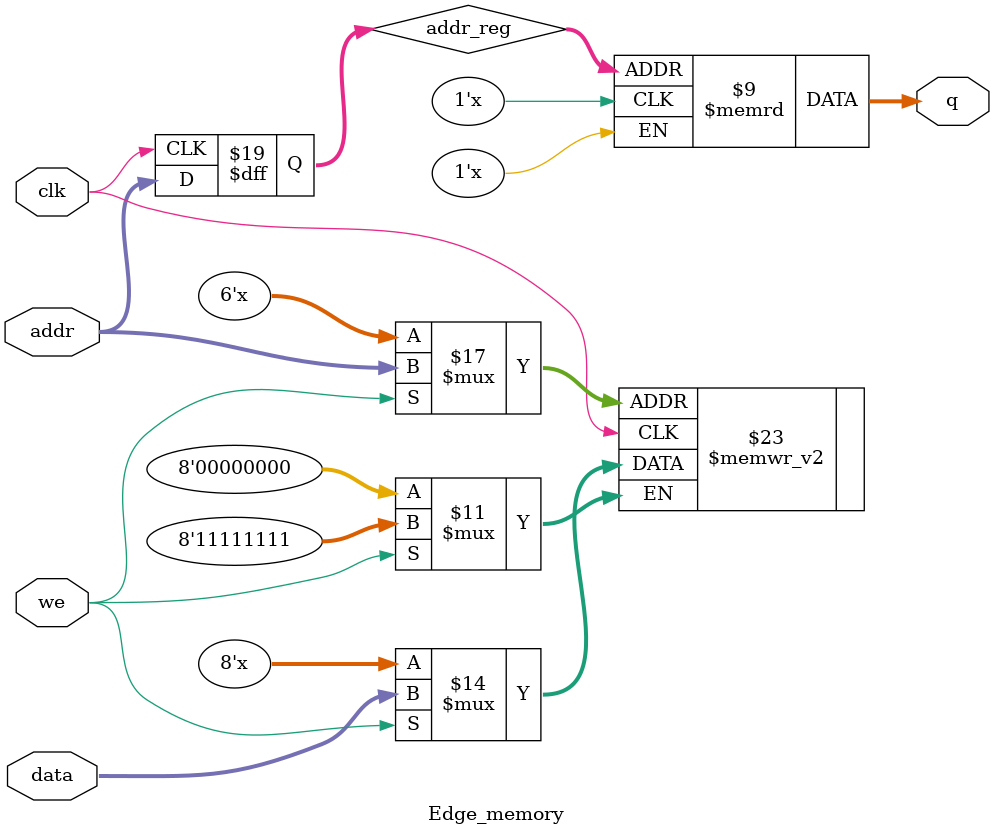
<source format=v>

module Edge_memory
#(parameter DATA_WIDTH=8, parameter ADDR_WIDTH=6)
(
	input [(DATA_WIDTH-1):0] data,
	input [(ADDR_WIDTH-1):0] addr,
	input we, clk,
	output [(DATA_WIDTH-1):0] q
);

	// Declare the RAM variable
	reg [DATA_WIDTH-1:0] ram[2**ADDR_WIDTH-1:0]/* synthesis ramstyle = "no_rw_check, MLAB" */; 
	// Variable to hold the registered read address
	reg [ADDR_WIDTH-1:0] addr_reg;

	always @ (posedge clk)
	begin
		// Write
		if (we)
			ram[addr] <= data;

		addr_reg <= addr;
	end

	// Continuous assignment implies read returns NEW data.
	// This is the natural behavior of the TriMatrix memory
	// blocks in Single Port mode.  
	assign q = ram[addr_reg];

endmodule


</source>
